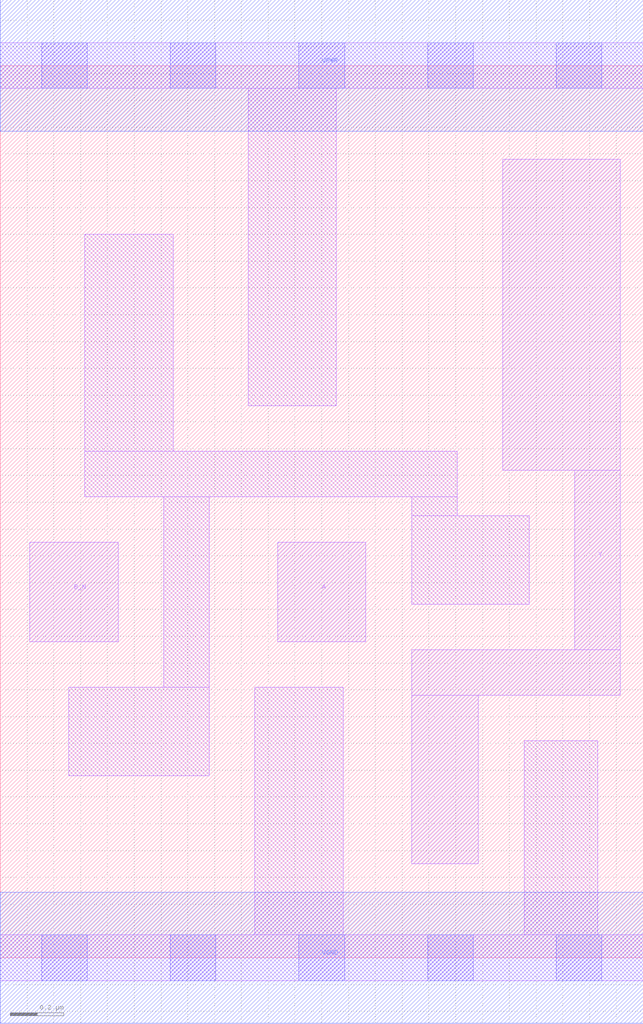
<source format=lef>
# Copyright 2020 The SkyWater PDK Authors
#
# Licensed under the Apache License, Version 2.0 (the "License");
# you may not use this file except in compliance with the License.
# You may obtain a copy of the License at
#
#     https://www.apache.org/licenses/LICENSE-2.0
#
# Unless required by applicable law or agreed to in writing, software
# distributed under the License is distributed on an "AS IS" BASIS,
# WITHOUT WARRANTIES OR CONDITIONS OF ANY KIND, either express or implied.
# See the License for the specific language governing permissions and
# limitations under the License.
#
# SPDX-License-Identifier: Apache-2.0

VERSION 5.7 ;
  NOWIREEXTENSIONATPIN ON ;
  DIVIDERCHAR "/" ;
  BUSBITCHARS "[]" ;
UNITS
  DATABASE MICRONS 200 ;
END UNITS
MACRO sky130_fd_sc_hs__nor2b_1
  CLASS CORE ;
  FOREIGN sky130_fd_sc_hs__nor2b_1 ;
  ORIGIN  0.000000  0.000000 ;
  SIZE  2.400000 BY  3.330000 ;
  SYMMETRY X Y ;
  SITE unit ;
  PIN A
    ANTENNAGATEAREA  0.279000 ;
    DIRECTION INPUT ;
    USE SIGNAL ;
    PORT
      LAYER li1 ;
        RECT 1.035000 1.180000 1.365000 1.550000 ;
    END
  END A
  PIN B_N
    ANTENNAGATEAREA  0.208500 ;
    DIRECTION INPUT ;
    USE SIGNAL ;
    PORT
      LAYER li1 ;
        RECT 0.110000 1.180000 0.440000 1.550000 ;
    END
  END B_N
  PIN Y
    ANTENNADIFFAREA  0.682700 ;
    DIRECTION OUTPUT ;
    USE SIGNAL ;
    PORT
      LAYER li1 ;
        RECT 1.535000 0.350000 1.785000 0.980000 ;
        RECT 1.535000 0.980000 2.315000 1.150000 ;
        RECT 1.875000 1.820000 2.315000 2.980000 ;
        RECT 2.145000 1.150000 2.315000 1.820000 ;
    END
  END Y
  PIN VGND
    DIRECTION INOUT ;
    USE GROUND ;
    PORT
      LAYER met1 ;
        RECT 0.000000 -0.245000 2.400000 0.245000 ;
    END
  END VGND
  PIN VPWR
    DIRECTION INOUT ;
    USE POWER ;
    PORT
      LAYER met1 ;
        RECT 0.000000 3.085000 2.400000 3.575000 ;
    END
  END VPWR
  OBS
    LAYER li1 ;
      RECT 0.000000 -0.085000 2.400000 0.085000 ;
      RECT 0.000000  3.245000 2.400000 3.415000 ;
      RECT 0.255000  0.680000 0.780000 1.010000 ;
      RECT 0.315000  1.720000 1.705000 1.890000 ;
      RECT 0.315000  1.890000 0.645000 2.700000 ;
      RECT 0.610000  1.010000 0.780000 1.720000 ;
      RECT 0.925000  2.060000 1.255000 3.245000 ;
      RECT 0.950000  0.085000 1.280000 1.010000 ;
      RECT 1.535000  1.320000 1.975000 1.650000 ;
      RECT 1.535000  1.650000 1.705000 1.720000 ;
      RECT 1.955000  0.085000 2.230000 0.810000 ;
    LAYER mcon ;
      RECT 0.155000 -0.085000 0.325000 0.085000 ;
      RECT 0.155000  3.245000 0.325000 3.415000 ;
      RECT 0.635000 -0.085000 0.805000 0.085000 ;
      RECT 0.635000  3.245000 0.805000 3.415000 ;
      RECT 1.115000 -0.085000 1.285000 0.085000 ;
      RECT 1.115000  3.245000 1.285000 3.415000 ;
      RECT 1.595000 -0.085000 1.765000 0.085000 ;
      RECT 1.595000  3.245000 1.765000 3.415000 ;
      RECT 2.075000 -0.085000 2.245000 0.085000 ;
      RECT 2.075000  3.245000 2.245000 3.415000 ;
  END
END sky130_fd_sc_hs__nor2b_1
END LIBRARY

</source>
